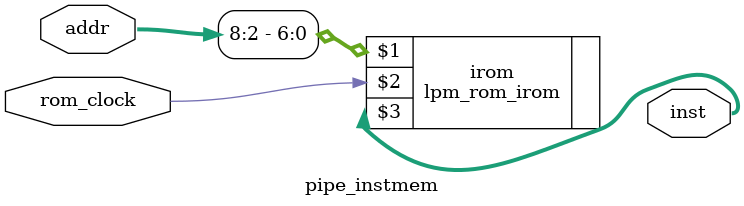
<source format=v>
module pipe_instmem (addr,inst,rom_clock);
   input  [31:0] addr;
   input         rom_clock;
   output [31:0] inst;  
   
   lpm_rom_irom irom (addr[8:2],rom_clock,inst); 

endmodule 
</source>
